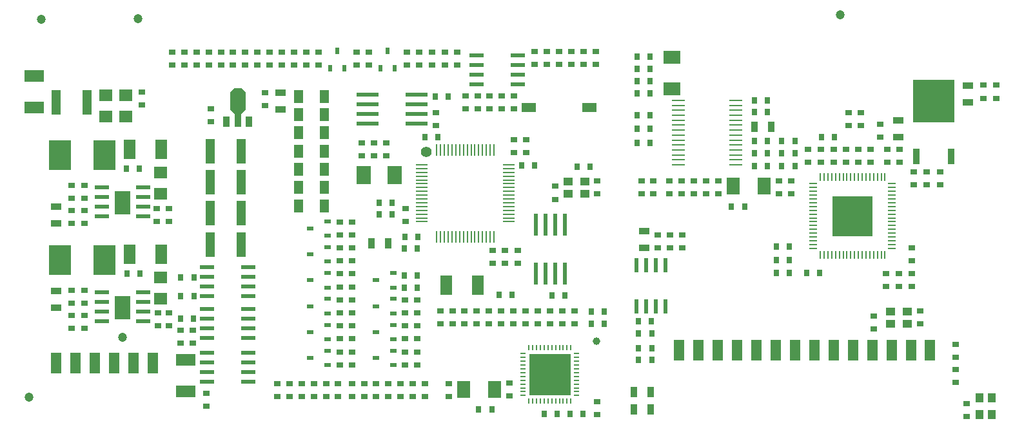
<source format=gbr>
G04 DipTrace 4.1.2.0*
G04 1_Layer_Top_PMask.gbr*
%MOIN*%
G04 #@! TF.FileFunction,Paste,Top*
G04 #@! TF.Part,Single*
%AMOUTLINE2*
4,1,4,
0.037402,0.009843,
0.037402,-0.009843,
-0.037402,-0.009843,
-0.037402,0.009843,
0.037402,0.009843,
0*%
%AMOUTLINE5*
4,1,4,
-0.029529,-0.003937,
-0.029529,0.003937,
0.029529,0.003937,
0.029529,-0.003937,
-0.029529,-0.003937,
0*%
%AMOUTLINE8*
4,1,4,
-0.003937,0.029529,
0.003937,0.029529,
0.003937,-0.029529,
-0.003937,-0.029529,
-0.003937,0.029529,
0*%
%AMOUTLINE11*
4,1,4,
-0.002953,0.019685,
0.002953,0.019685,
0.002953,-0.019685,
-0.002953,-0.019685,
-0.002953,0.019685,
0*%
%AMOUTLINE14*
4,1,4,
-0.019685,-0.002953,
-0.019685,0.002953,
0.019685,0.002953,
0.019685,-0.002953,
-0.019685,-0.002953,
0*%
%AMOUTLINE17*
4,1,4,
-0.102362,-0.102362,
-0.102362,0.102362,
0.102362,0.102362,
0.102362,-0.102362,
-0.102362,-0.102362,
0*%
%AMOUTLINE20*
4,1,4,
0.009843,-0.037402,
-0.009843,-0.037402,
-0.009843,0.037402,
0.009843,0.037402,
0.009843,-0.037402,
0*%
%AMOUTLINE23*
4,1,10,
0.017717,-0.098425,
0.017717,-0.032649,
0.041339,-0.009027,
0.041339,0.075956,
0.01887,0.098425,
-0.01887,0.098425,
-0.041339,0.075956,
-0.041339,-0.009027,
-0.017717,-0.032649,
-0.017717,-0.098425,
0.017717,-0.098425,
0*%
%AMOUTLINE26*
4,1,4,
0.035433,-0.045276,
-0.035433,-0.045276,
-0.035433,0.045276,
0.035433,0.045276,
0.035433,-0.045276,
0*%
%ADD19C,0.03937*%
%ADD28C,0.055118*%
%ADD64C,0.047244*%
%ADD90R,0.041339X0.051181*%
%ADD92R,0.051181X0.041339*%
%ADD94R,0.070866X0.090551*%
%ADD96R,0.090551X0.070866*%
%ADD102R,0.07874X0.122047*%
%ADD106R,0.216535X0.216535*%
%ADD108O,0.007874X0.029528*%
%ADD110O,0.029528X0.007874*%
%ADD112R,0.019685X0.114173*%
%ADD114R,0.066929X0.011024*%
%ADD116R,0.114173X0.019685*%
%ADD121R,0.074803X0.047244*%
%ADD123R,0.074803X0.019685*%
%ADD125R,0.037402X0.021654*%
%ADD127R,0.214567X0.218504*%
%ADD129R,0.035433X0.07874*%
%ADD131R,0.021654X0.037402*%
%ADD133R,0.055118X0.110236*%
%ADD138R,0.114173X0.153543*%
%ADD143R,0.051181X0.129921*%
%ADD145R,0.059055X0.102362*%
%ADD147R,0.051181X0.066929*%
%ADD149R,0.102362X0.059055*%
%ADD151R,0.035433X0.055118*%
%ADD153R,0.066929X0.059055*%
%ADD155R,0.055118X0.035433*%
%ADD157R,0.031063X0.036063*%
%ADD159R,0.036063X0.031063*%
%ADD168OUTLINE2*%
%ADD171OUTLINE5*%
%ADD174OUTLINE8*%
%ADD177OUTLINE11*%
%ADD180OUTLINE14*%
%ADD183OUTLINE17*%
%ADD186OUTLINE20*%
%ADD189OUTLINE23*%
%ADD192OUTLINE26*%
%FSLAX26Y26*%
G04*
G70*
G90*
G75*
G01*
G04 TopPaste*
%LPD*%
D159*
X905512Y1879921D3*
Y1946850D3*
X968504Y1879921D3*
Y1946850D3*
X1031496Y1879921D3*
Y1946850D3*
X1220472Y1879921D3*
Y1946850D3*
X1283465Y1879921D3*
Y1946850D3*
X1346457Y1879921D3*
Y1946850D3*
X1409449Y1879921D3*
Y1946850D3*
X1598425Y1879921D3*
Y1946850D3*
X2181102Y1879921D3*
Y1946850D3*
X2314961Y1879921D3*
Y1946850D3*
D157*
X3309370Y1921260D3*
X3376299D3*
X3309370Y1858268D3*
X3376299D3*
X3309370Y1795276D3*
X3376299D3*
D155*
X5019685Y1685039D3*
Y1771654D3*
D159*
X748031Y1671575D3*
Y1738504D3*
D155*
X1464567Y1649606D3*
Y1736220D3*
D153*
X562992Y1610236D3*
Y1720472D3*
X665354Y1610236D3*
Y1720472D3*
D159*
X1385827Y1734252D3*
Y1667323D3*
D157*
X3309370Y1732283D3*
X3376299D3*
D159*
X2547244Y1651890D3*
Y1718819D3*
X2610236Y1651890D3*
Y1718819D3*
D157*
X2332362Y1716535D3*
X2265433D3*
X3915669Y1696850D3*
X3982598D3*
D159*
X1106299Y1584646D3*
Y1651575D3*
D157*
X3915669Y1633858D3*
X3982598D3*
D159*
X2267717Y1565276D3*
Y1632205D3*
X4401575Y1631890D3*
Y1564961D3*
X4464567D3*
Y1631890D3*
D155*
X4657480Y1503937D3*
Y1590551D3*
D151*
X3917323Y1559055D3*
X4003937D3*
D157*
X4328740Y1503937D3*
X4261811D3*
X2210945D3*
X2277874D3*
D159*
X2673228Y1423543D3*
Y1490472D3*
X2736220Y1423543D3*
Y1490472D3*
D157*
X4124016Y1484252D3*
X4057087D3*
X3309370Y1476378D3*
X3376299D3*
D159*
X1885827Y1407795D3*
Y1474724D3*
X1948819Y1407795D3*
Y1474724D3*
X4192913Y1375984D3*
Y1442913D3*
X4326772Y1375984D3*
Y1442913D3*
X4389764Y1375984D3*
Y1442913D3*
X4452756Y1375984D3*
Y1442913D3*
X4515748D3*
Y1375984D3*
X4602362D3*
Y1442913D3*
D157*
X4124016Y1421260D3*
X4057087D3*
X2710945Y1358268D3*
X2777874D3*
X4124016Y1354331D3*
X4057087D3*
X3915669D3*
X3982598D3*
X3064646Y1350394D3*
X2997717D3*
X667638Y1342520D3*
X734567D3*
D153*
X846457Y1322835D3*
Y1212598D3*
D159*
X4740157Y1257874D3*
Y1324803D3*
X4807087Y1257874D3*
Y1324803D3*
X4874016Y1257874D3*
Y1324803D3*
X3102362Y1210945D3*
Y1277874D3*
X3393701Y1210945D3*
Y1277874D3*
X3476378Y1210945D3*
Y1277874D3*
X3539370Y1210945D3*
Y1277874D3*
X3728346Y1210945D3*
Y1277874D3*
X4043307Y1277244D3*
Y1210315D3*
D155*
X307087Y1059055D3*
Y1145669D3*
D159*
X889764Y1069213D3*
Y1136142D3*
X2112205Y1133858D3*
Y1066929D3*
X452756Y1057402D3*
Y1124331D3*
D155*
X3346457Y933071D3*
Y1019685D3*
D159*
X3417323Y931417D3*
Y998346D3*
X3543307Y931417D3*
Y998346D3*
D157*
X2175197Y988189D3*
X2108268D3*
X4029528Y937008D3*
X4096457D3*
D159*
X4728346Y931102D3*
Y864173D3*
D157*
X2173228Y929134D3*
X2106299D3*
D159*
X2561024Y850394D3*
Y917323D3*
X2625984Y850394D3*
Y917323D3*
X2690945Y850394D3*
Y917323D3*
D157*
X4029528Y870079D3*
X4096457D3*
X4029528Y803150D3*
X4096457D3*
X4187008D3*
X4253937D3*
X671575Y799213D3*
X738504D3*
D159*
X4594488Y730315D3*
Y797244D3*
X4661417Y730315D3*
Y797244D3*
X4728346Y730315D3*
Y797244D3*
D153*
X846457Y779528D3*
Y669291D3*
D155*
X307087Y622047D3*
Y708661D3*
D157*
X2868425Y685039D3*
X2935354D3*
D159*
X4533465Y578740D3*
Y511811D3*
X2606299Y537717D3*
Y604646D3*
X2669291Y604016D3*
Y537087D3*
X2732283Y604016D3*
Y537087D3*
X2858268Y604016D3*
Y537087D3*
X2984252Y537717D3*
Y604646D3*
X889764Y529843D3*
Y596772D3*
X452756Y514094D3*
Y581024D3*
D157*
X3383543Y551181D3*
X3316614D3*
X3317244Y488189D3*
X3384173D3*
D159*
X2334646Y230000D3*
Y163071D3*
X2649606Y163701D3*
Y230630D3*
D151*
X3377953Y185039D3*
X3291339D3*
D159*
X3102362Y69213D3*
Y136142D3*
D151*
X3377953Y94488D3*
X3291339D3*
D157*
X2490472D3*
X2557402D3*
D159*
X5011811Y124016D3*
Y57087D3*
D157*
X2829055Y70866D3*
X2895984D3*
X2962913D3*
X3029843D3*
D159*
X4956693Y366142D3*
Y433071D3*
D151*
X1937008Y956693D3*
X2023622D3*
D149*
X192913Y1657480D3*
Y1820866D3*
D147*
X1692913Y1716585D3*
X1559055D3*
Y1621997D3*
X1692913D3*
X1559055Y1527509D3*
X1692913D3*
D145*
X685039Y1440945D3*
X848425D3*
D147*
X1559055Y1433021D3*
X1692913D3*
X1559055Y1338533D3*
X1692913D3*
X1559055Y1244045D3*
X1692913D3*
X1559055Y1149556D3*
X1692913D3*
D145*
X685039Y897638D3*
X848425D3*
X2484252Y740157D3*
X2320866D3*
D149*
X974409Y350394D3*
Y187008D3*
D143*
X305118Y1685039D3*
X466535D3*
X1262795Y1433071D3*
X1101378D3*
X1262795Y1271654D3*
X1101378D3*
X1262795Y1110236D3*
X1101378D3*
X1262795Y948819D3*
X1101378D3*
D138*
X326772Y1413386D3*
X555118D3*
X326772Y870079D3*
X555118D3*
D157*
X3982283Y1421260D3*
X3915354D3*
D159*
X2354331Y537402D3*
Y604331D3*
D64*
X4358268Y2137795D3*
X728346Y2118110D3*
X228346Y2114173D3*
D28*
X2218504Y1427165D3*
D64*
X649606Y468504D3*
D19*
X3100394Y448819D3*
D133*
X3524409Y401575D3*
X3624409D3*
X3724409D3*
X3824409D3*
X3924409D3*
X4024409D3*
X4124409D3*
X4224409D3*
X4324409D3*
X4424409D3*
X4524409D3*
X4624409D3*
X4724409D3*
X4823622D3*
X305512Y334646D3*
X405512D3*
X505512D3*
X605512D3*
X705512D3*
X805512D3*
D64*
X165354Y157480D3*
D131*
X1722441Y1860236D3*
X1797244D3*
X1759843Y1950787D3*
X1982283Y1860236D3*
X2057087D3*
X2019685Y1950787D3*
D129*
X4752756Y1405020D3*
X4932283D3*
D127*
X4842520Y1690453D3*
D125*
X1710630Y994094D3*
Y1068898D3*
X1620079Y1031496D3*
X1710630Y860236D3*
Y935039D3*
X1620079Y897638D3*
D123*
X1086614Y830906D3*
Y780906D3*
Y730906D3*
Y680906D3*
X1299213D3*
Y730906D3*
Y780906D3*
Y830906D3*
D125*
X1710630Y726378D3*
Y801181D3*
X1620079Y763780D3*
X2049213Y726378D3*
Y801181D3*
X1958661Y763780D3*
X1710630Y592520D3*
Y667323D3*
X1620079Y629921D3*
X2049213Y592520D3*
Y667323D3*
X1958661Y629921D3*
D123*
X1086614Y614370D3*
Y564370D3*
Y514370D3*
Y464370D3*
X1299213D3*
Y514370D3*
Y564370D3*
Y614370D3*
D125*
X1710630Y458661D3*
Y533465D3*
X1620079Y496063D3*
X2049213Y458661D3*
Y533465D3*
X1958661Y496063D3*
X1710630Y324803D3*
Y399606D3*
X1620079Y362205D3*
X2049213Y324803D3*
Y399606D3*
X1958661Y362205D3*
D123*
X1086614Y389961D3*
Y339961D3*
Y289961D3*
Y239961D3*
X1299213D3*
Y289961D3*
Y339961D3*
Y389961D3*
D159*
X1094488Y1946535D3*
Y1879606D3*
X1157480Y1946535D3*
Y1879606D3*
X1472441Y1946535D3*
Y1879606D3*
X1535433Y1946535D3*
Y1879606D3*
X1661417Y1946535D3*
Y1879606D3*
X1858268Y1946535D3*
Y1879606D3*
X1921260Y1946535D3*
Y1879606D3*
X2118110Y1946535D3*
Y1879606D3*
X2248031Y1946535D3*
Y1879606D3*
X2377953Y1946535D3*
Y1879606D3*
X2779528Y1880236D3*
Y1947165D3*
X2842520Y1880236D3*
Y1947165D3*
X2905512Y1880236D3*
Y1947165D3*
X2968504Y1880236D3*
Y1947165D3*
X3031496Y1880236D3*
Y1947165D3*
X3094488Y1880236D3*
Y1947165D3*
X5098425Y1706693D3*
Y1773622D3*
X5165354Y1706693D3*
Y1773622D3*
X2421260Y1718189D3*
Y1651260D3*
X2484252Y1718189D3*
Y1651260D3*
X2673228Y1718189D3*
Y1651260D3*
D157*
X3309370Y1620079D3*
X3376299D3*
D159*
X4566929Y1572835D3*
Y1505906D3*
D157*
X3309370Y1547244D3*
X3376299D3*
X3915669Y1484252D3*
X3982598D3*
D159*
X2011811Y1407795D3*
Y1474724D3*
X4259843Y1442913D3*
Y1375984D3*
X4665354Y1442913D3*
Y1375984D3*
X3330709Y1210945D3*
Y1277874D3*
X3602362Y1277244D3*
Y1210315D3*
X3665354Y1210945D3*
Y1277874D3*
X4106299Y1277244D3*
Y1210315D3*
X385827Y1187323D3*
Y1254252D3*
X452756Y1187323D3*
Y1254252D3*
X2885827Y1183386D3*
Y1250315D3*
D157*
X2041024Y1165354D3*
X1974094D3*
X3864173Y1143701D3*
X3797244D3*
D159*
X826772Y1135512D3*
Y1068583D3*
X385827Y1057402D3*
Y1124331D3*
D157*
X1974724Y1106299D3*
X2041654D3*
D159*
X1771654Y1064646D3*
Y997717D3*
X1834646Y1064646D3*
Y997717D3*
X3480315Y931417D3*
Y998346D3*
X1771654Y930787D3*
Y863858D3*
X1834646Y930787D3*
Y863858D3*
X1771654Y796929D3*
Y730000D3*
X1834646Y796929D3*
Y730000D3*
D157*
X2104646Y787402D3*
X2171575D3*
X1017402Y779528D3*
X950472D3*
X2104646Y724409D3*
X2171575D3*
D159*
X385827Y644016D3*
Y710945D3*
X452756Y644016D3*
Y710945D3*
D157*
X2663071Y688976D3*
X2596142D3*
X1017402Y681102D3*
X950472D3*
D159*
X1771654Y663071D3*
Y596142D3*
X1834646Y663071D3*
Y596142D3*
X2110236Y663071D3*
Y596142D3*
X2173228Y663071D3*
Y596142D3*
X2291339Y604016D3*
Y537087D3*
X2417323Y537717D3*
Y604646D3*
X2480315Y537717D3*
Y604646D3*
X2543307Y537717D3*
Y604646D3*
X2795276Y537402D3*
Y604331D3*
X2921260Y537402D3*
Y604331D3*
D157*
X3139764Y602362D3*
X3072835D3*
D159*
X830709Y529843D3*
Y596772D3*
X385827Y514094D3*
Y581024D3*
D157*
X1015748Y564961D3*
X948819D3*
X3139764Y539370D3*
X3072835D3*
D159*
X1771654Y529213D3*
Y462283D3*
X1834646Y529213D3*
Y462283D3*
X2110236Y529213D3*
Y462283D3*
X2173228Y529213D3*
Y462283D3*
X1011575Y439803D3*
Y506732D3*
X950551Y439370D3*
Y506299D3*
D157*
X3317244Y413386D3*
X3384173D3*
D159*
X1771654Y391417D3*
Y324488D3*
X1834646Y391417D3*
Y324488D3*
X2110236Y391417D3*
Y324488D3*
X2173228Y391417D3*
Y324488D3*
X4956693Y234252D3*
Y301181D3*
D157*
X3317244Y350394D3*
X3384173D3*
D159*
X1448819Y230000D3*
Y163071D3*
X1511811Y230000D3*
Y163071D3*
X1574803Y230000D3*
Y163071D3*
X1637795Y230000D3*
Y163071D3*
X1700787Y230000D3*
Y163071D3*
X1763780Y230000D3*
Y163071D3*
X1834646Y230000D3*
Y163071D3*
X1897638Y230000D3*
Y163071D3*
X1960630Y230000D3*
Y163071D3*
X2023622Y230000D3*
Y163071D3*
X2086614Y230000D3*
Y163071D3*
X2149606Y230000D3*
Y163071D3*
X2212598Y230000D3*
Y163071D3*
X1082677Y177165D3*
Y110236D3*
X4773622Y604331D3*
Y537402D3*
D121*
X2748031Y1657480D3*
X3062992D3*
D168*
X2480315Y1929331D3*
Y1879331D3*
Y1829331D3*
Y1779331D3*
X2692913D3*
Y1829331D3*
Y1879331D3*
Y1929331D3*
D116*
X1917323Y1724409D3*
Y1674409D3*
Y1624409D3*
Y1574409D3*
X2169291D3*
Y1624409D3*
Y1674409D3*
Y1724409D3*
D114*
X3523622Y1694882D3*
Y1669291D3*
Y1643701D3*
Y1618110D3*
Y1592520D3*
Y1566929D3*
Y1541339D3*
Y1515748D3*
Y1490157D3*
Y1464567D3*
Y1438976D3*
Y1413386D3*
Y1387795D3*
Y1362205D3*
X3818898D3*
Y1387795D3*
Y1413386D3*
Y1438976D3*
Y1464567D3*
Y1490157D3*
Y1515748D3*
Y1541339D3*
Y1566929D3*
Y1592520D3*
Y1618110D3*
Y1643701D3*
Y1669291D3*
Y1694882D3*
D171*
X2196850Y1362205D3*
Y1342520D3*
Y1322835D3*
Y1303150D3*
Y1283466D3*
Y1263780D3*
Y1244094D3*
Y1224409D3*
Y1204724D3*
Y1185041D3*
Y1165354D3*
Y1145669D3*
Y1125984D3*
Y1106299D3*
Y1086615D3*
Y1066929D3*
D174*
X2273622Y990157D3*
X2293307D3*
X2312992D3*
X2332677D3*
X2352362D3*
X2372047D3*
X2391732D3*
X2411417D3*
X2431102D3*
X2450787D3*
X2470472D3*
X2490157D3*
X2509843D3*
X2529528D3*
X2549213D3*
X2568898D3*
D171*
X2645669Y1066929D3*
Y1086614D3*
Y1106299D3*
Y1125984D3*
Y1145669D3*
Y1165354D3*
Y1185039D3*
Y1204724D3*
Y1224409D3*
Y1244094D3*
Y1263780D3*
Y1283465D3*
Y1303150D3*
Y1322835D3*
Y1342520D3*
Y1362205D3*
D174*
X2568898Y1438976D3*
X2549211D3*
X2529528D3*
X2509843D3*
X2490157D3*
X2470472D3*
X2450786D3*
X2431102D3*
X2411417D3*
X2391732D3*
X2372047D3*
X2352361D3*
X2332677D3*
X2312992D3*
X2293307D3*
X2273622D3*
D177*
X4590551Y1299213D3*
X4570866D3*
X4551181D3*
X4531496D3*
X4511811D3*
X4492126D3*
X4472441D3*
X4452756D3*
X4433071D3*
X4413386D3*
X4393701D3*
X4374016D3*
X4354331D3*
X4334646D3*
X4314961D3*
X4295276D3*
X4275591D3*
X4255906D3*
D180*
X4220472Y1263780D3*
Y1244094D3*
Y1224409D3*
Y1204724D3*
Y1185039D3*
Y1165354D3*
Y1145669D3*
Y1125984D3*
Y1106299D3*
Y1086614D3*
Y1066929D3*
Y1047244D3*
Y1027559D3*
Y1007874D3*
Y988189D3*
Y968504D3*
Y948819D3*
Y929134D3*
D177*
X4255906Y893701D3*
X4275591D3*
X4295276D3*
X4314961D3*
X4334646D3*
X4354331D3*
X4374016D3*
X4393701D3*
X4413386D3*
X4433071D3*
X4452756D3*
X4472441D3*
X4492126D3*
X4511811D3*
X4531496D3*
X4551181D3*
X4570866D3*
X4590551D3*
D180*
X4625984Y929134D3*
Y948819D3*
Y968504D3*
Y988189D3*
Y1007874D3*
Y1027559D3*
Y1047244D3*
Y1066929D3*
Y1086614D3*
Y1106299D3*
Y1125984D3*
Y1145669D3*
Y1165354D3*
Y1185039D3*
Y1204724D3*
Y1224409D3*
Y1244094D3*
Y1263780D3*
D183*
X4423228Y1096457D3*
D112*
X2937008Y1051181D3*
X2887008D3*
X2837008D3*
X2787008D3*
Y799213D3*
X2837008D3*
X2887008D3*
X2937008D3*
D186*
X3456890Y842520D3*
X3406890D3*
X3356890D3*
X3306890D3*
Y629921D3*
X3356890D3*
X3406890D3*
X3456890D3*
D110*
X2719685Y383858D3*
Y364173D3*
Y344488D3*
Y324803D3*
Y305118D3*
Y285433D3*
Y265748D3*
Y246063D3*
Y226378D3*
Y206693D3*
Y187008D3*
Y167323D3*
D108*
X2749997Y137008D3*
X2769682D3*
X2789367D3*
X2809052D3*
X2828738D3*
X2848423D3*
X2868108D3*
X2887793D3*
X2907478D3*
X2927163D3*
X2946848D3*
X2966533D3*
D110*
X2996850Y167323D3*
Y187008D3*
Y206693D3*
Y226378D3*
Y246063D3*
Y265748D3*
Y285433D3*
Y305118D3*
Y324803D3*
Y344488D3*
Y364173D3*
Y383858D3*
D108*
X2966533Y414173D3*
X2946848D3*
X2927163D3*
X2907478D3*
X2887793D3*
X2868108D3*
X2848423D3*
X2828738D3*
X2809052D3*
X2789367D3*
X2769682D3*
X2749997D3*
D106*
X2858268Y275591D3*
D151*
X1185039Y1586614D3*
D189*
X1244094Y1657480D3*
D151*
X1303150Y1586614D3*
D123*
X543307Y1244291D3*
Y1194291D3*
Y1144291D3*
Y1094291D3*
X755906D3*
Y1144291D3*
Y1194291D3*
Y1244291D3*
D102*
X649606Y1165354D3*
D123*
X543307Y700984D3*
Y650984D3*
Y600984D3*
Y550984D3*
X755906D3*
Y600984D3*
Y650984D3*
Y700984D3*
D102*
X649606Y622047D3*
D96*
X3489948Y1755906D3*
Y1917323D3*
D192*
X1895682Y1307109D3*
X2057100D3*
D94*
X3805761Y1250210D3*
X3967178D3*
D92*
X2950787Y1212598D3*
X3037402D3*
Y1275589D3*
X2950787D3*
D94*
X2412060Y199029D3*
X2573478D3*
D90*
X5141732Y68898D3*
Y155512D3*
X5078741D3*
Y68898D3*
D92*
X4618110Y537402D3*
X4704724D3*
Y600392D3*
X4618110D3*
M02*

</source>
